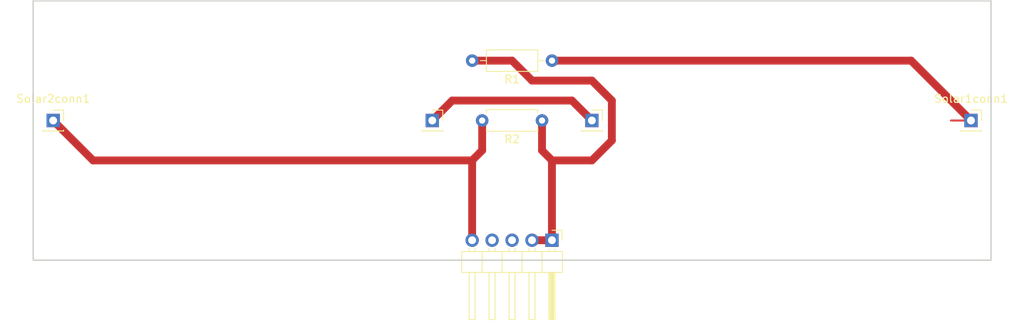
<source format=kicad_pcb>
(kicad_pcb (version 20211014) (generator pcbnew)
  (layers (0 "F.Cu" signal) (31 "B.Cu" signal) (34 "B.Paste" user) (35 "F.Paste" user) (36 "B.SilkS" user "B.Silkscreen") (37 "F.SilkS" user "F.Silkscreen") (38 "B.Mask" user) (39 "F.Mask" user) (44 "Edge.Cuts" user))
  (net 0 "")
  (net 1 "/Solar1Pos")
  (net 2 "Net-(R1-Pad2)")
  (net 3 "/Solar2Neg")
  (net 6 "Net-(SC1-Pad2)")
  (footprint "Connector_PinSocket_2.54mm:PinSocket_1x01_P2.54mm_Vertical" (layer "F.Cu") (at 203.2 104.14)
    (fp_text reference "Solar1conn1" (at 0 -2.77) (layer "F.SilkS"))
    (fp_text value "Conn_01x01_Male")
    (fp_line (start -1.33 1.33) (end 1.33 1.33) (layer "F.SilkS") (width 0.12))
    (fp_line (start 1.33 -1.33) (end 1.33 0) (layer "F.SilkS") (width 0.12))
    (fp_line (start 0 -1.33) (end 1.33 -1.33) (layer "F.SilkS") (width 0.12))
    (fp_line (start 1.33 1.21) (end 1.33 1.33) (layer "F.SilkS") (width 0.12))
    (fp_line (start -1.33 1.21) (end -1.33 1.33) (layer "F.SilkS") (width 0.12))
    (pad "1" thru_hole rect (at 0 0) (size 1.7 1.7) (drill 1) (layers *.Cu *.Mask) (net 1 "/Solar1Pos"))
  )
  (footprint "Connector_PinHeader_2.54mm:PinHeader_1x05_P2.54mm_Horizontal" (layer "F.Cu") (at 149.855 119.38 -90)
    (fp_text reference "SolarPanelConnector1" hide)
    (fp_text value "Conn_01x05_Male" hide)
    (fp_line (start 4.1 0.16) (end 10.1 0.16) (layer "F.SilkS") (width 0.12))
    (fp_line (start 10.1 9.78) (end 10.1 10.54) (layer "F.SilkS") (width 0.12))
    (fp_line (start 10.1 2.92) (end 4.1 2.92) (layer "F.SilkS") (width 0.12))
    (fp_line (start 1.44 1.27) (end 4.1 1.27) (layer "F.SilkS") (width 0.12))
    (fp_line (start 10.1 8) (end 4.1 8) (layer "F.SilkS") (width 0.12))
    (fp_line (start 10.1 7.24) (end 10.1 8) (layer "F.SilkS") (width 0.12))
    (fp_line (start 4.1 9.78) (end 10.1 9.78) (layer "F.SilkS") (width 0.12))
    (fp_line (start 4.1 0.04) (end 10.1 0.04) (layer "F.SilkS") (width 0.12))
    (fp_line (start 1.042929 10.54) (end 1.44 10.54) (layer "F.SilkS") (width 0.12))
    (fp_line (start 1.44 11.49) (end 4.1 11.49) (layer "F.SilkS") (width 0.12))
    (fp_line (start 1.11 0.38) (end 1.44 0.38) (layer "F.SilkS") (width 0.12))
    (fp_line (start 1.44 8.89) (end 4.1 8.89) (layer "F.SilkS") (width 0.12))
    (fp_line (start 1.042929 9.78) (end 1.44 9.78) (layer "F.SilkS") (width 0.12))
    (fp_line (start 1.042929 7.24) (end 1.44 7.24) (layer "F.SilkS") (width 0.12))
    (fp_line (start -1.27 0) (end -1.27 -1.27) (layer "F.SilkS") (width 0.12))
    (fp_line (start 1.042929 5.46) (end 1.44 5.46) (layer "F.SilkS") (width 0.12))
    (fp_line (start 1.11 -0.38) (end 1.44 -0.38) (layer "F.SilkS") (width 0.12))
    (fp_line (start 4.1 -1.33) (end 1.44 -1.33) (layer "F.SilkS") (width 0.12))
    (fp_line (start 4.1 -0.38) (end 10.1 -0.38) (layer "F.SilkS") (width 0.12))
    (fp_line (start 1.44 3.81) (end 4.1 3.81) (layer "F.SilkS") (width 0.12))
    (fp_line (start 4.1 -0.32) (end 10.1 -0.32) (layer "F.SilkS") (width 0.12))
    (fp_line (start 10.1 2.16) (end 10.1 2.92) (layer "F.SilkS") (width 0.12))
    (fp_line (start 1.042929 2.16) (end 1.44 2.16) (layer "F.SilkS") (width 0.12))
    (fp_line (start 4.1 2.16) (end 10.1 2.16) (layer "F.SilkS") (width 0.12))
    (fp_line (start 4.1 -0.2) (end 10.1 -0.2) (layer "F.SilkS") (width 0.12))
    (fp_line (start 1.042929 8) (end 1.44 8) (layer "F.SilkS") (width 0.12))
    (fp_line (start -1.27 -1.27) (end 0 -1.27) (layer "F.SilkS") (width 0.12))
    (fp_line (start 1.042929 2.92) (end 1.44 2.92) (layer "F.SilkS") (width 0.12))
    (fp_line (start 4.1 0.28) (end 10.1 0.28) (layer "F.SilkS") (width 0.12))
    (fp_line (start 4.1 4.7) (end 10.1 4.7) (layer "F.SilkS") (width 0.12))
    (fp_line (start 1.042929 4.7) (end 1.44 4.7) (layer "F.SilkS") (width 0.12))
    (fp_line (start 4.1 7.24) (end 10.1 7.24) (layer "F.SilkS") (width 0.12))
    (fp_line (start 4.1 11.49) (end 4.1 -1.33) (layer "F.SilkS") (width 0.12))
    (fp_line (start 10.1 -0.38) (end 10.1 0.38) (layer "F.SilkS") (width 0.12))
    (fp_line (start 10.1 0.38) (end 4.1 0.38) (layer "F.SilkS") (width 0.12))
    (fp_line (start 10.1 4.7) (end 10.1 5.46) (layer "F.SilkS") (width 0.12))
    (fp_line (start 1.44 -1.33) (end 1.44 11.49) (layer "F.SilkS") (width 0.12))
    (fp_line (start 1.44 6.35) (end 4.1 6.35) (layer "F.SilkS") (width 0.12))
    (fp_line (start 10.1 10.54) (end 4.1 10.54) (layer "F.SilkS") (width 0.12))
    (fp_line (start 10.1 5.46) (end 4.1 5.46) (layer "F.SilkS") (width 0.12))
    (fp_line (start 4.1 -0.08) (end 10.1 -0.08) (layer "F.SilkS") (width 0.12))
    (pad "1" thru_hole rect (at 0 0 270) (size 1.7 1.7) (drill 1) (layers *.Cu *.Mask) (net 2 "Net-(R1-Pad2)"))
    (pad "2" thru_hole oval (at 0 2.54 270) (size 1.7 1.7) (drill 1) (layers *.Cu *.Mask) (net 2 "Net-(R1-Pad2)"))
    (pad "3" thru_hole oval (at 0 5.08 270) (size 1.7 1.7) (drill 1) (layers *.Cu *.Mask))
    (pad "4" thru_hole oval (at 0 7.62 270) (size 1.7 1.7) (drill 1) (layers *.Cu *.Mask))
    (pad "5" thru_hole oval (at 0 10.16 270) (size 1.7 1.7) (drill 1) (layers *.Cu *.Mask) (net 3 "/Solar2Neg"))
  )
  (footprint "Connector_PinSocket_2.54mm:PinSocket_1x01_P2.54mm_Vertical" (layer "F.Cu") (at 134.62 104.14)
    (fp_text reference "SolarJoin1" hide)
    (fp_text value "Conn_01x01_Male")
    (fp_line (start 1.33 -1.33) (end 1.33 0) (layer "F.SilkS") (width 0.12))
    (fp_line (start 0 -1.33) (end 1.33 -1.33) (layer "F.SilkS") (width 0.12))
    (fp_line (start -1.33 1.33) (end 1.33 1.33) (layer "F.SilkS") (width 0.12))
    (fp_line (start -1.33 1.21) (end -1.33 1.33) (layer "F.SilkS") (width 0.12))
    (fp_line (start 1.33 1.21) (end 1.33 1.33) (layer "F.SilkS") (width 0.12))
    (pad "1" thru_hole rect (at 0 0) (size 1.7 1.7) (drill 1) (layers *.Cu *.Mask) (net 6 "Net-(SC1-Pad2)"))
  )
  (footprint "Resistor_THT:R_Axial_DIN0207_L6.3mm_D2.5mm_P10.16mm_Horizontal" (layer "F.Cu") (at 149.86 96.52 180)
    (fp_text reference "R1" (at 5.08 -2.37) (layer "F.SilkS"))
    (fp_text value "22000" hide)
    (fp_line (start 1.81 -1.37) (end 1.81 1.37) (layer "F.SilkS") (width 0.12))
    (fp_line (start 8.35 -1.37) (end 1.81 -1.37) (layer "F.SilkS") (width 0.12))
    (fp_line (start 1.04 0) (end 1.81 0) (layer "F.SilkS") (width 0.12))
    (fp_line (start 1.81 1.37) (end 8.35 1.37) (layer "F.SilkS") (width 0.12))
    (fp_line (start 9.12 0) (end 8.35 0) (layer "F.SilkS") (width 0.12))
    (fp_line (start 8.35 1.37) (end 8.35 -1.37) (layer "F.SilkS") (width 0.12))
    (pad "1" thru_hole circle (at 0 0 180) (size 1.6 1.6) (drill 0.8) (layers *.Cu *.Mask) (net 1 "/Solar1Pos"))
    (pad "2" thru_hole oval (at 10.16 0 180) (size 1.6 1.6) (drill 0.8) (layers *.Cu *.Mask) (net 2 "Net-(R1-Pad2)"))
  )
  (footprint "Connector_PinSocket_2.54mm:PinSocket_1x01_P2.54mm_Vertical" (layer "F.Cu") (at 86.36 104.14)
    (fp_text reference "Solar2conn1" (at 0 -2.77) (layer "F.SilkS"))
    (fp_text value "Conn_01x01_Male")
    (fp_line (start 1.33 -1.33) (end 1.33 0) (layer "F.SilkS") (width 0.12))
    (fp_line (start 1.33 1.21) (end 1.33 1.33) (layer "F.SilkS") (width 0.12))
    (fp_line (start 0 -1.33) (end 1.33 -1.33) (layer "F.SilkS") (width 0.12))
    (fp_line (start -1.33 1.33) (end 1.33 1.33) (layer "F.SilkS") (width 0.12))
    (fp_line (start -1.33 1.21) (end -1.33 1.33) (layer "F.SilkS") (width 0.12))
    (pad "1" thru_hole rect (at 0 0) (size 1.7 1.7) (drill 1) (layers *.Cu *.Mask) (net 3 "/Solar2Neg"))
  )
  (footprint "Connector_PinSocket_2.54mm:PinSocket_1x01_P2.54mm_Vertical" (layer "F.Cu") (at 154.94 104.14)
    (fp_text reference "SolarJoin2" hide)
    (fp_text value "Conn_01x01_Male")
    (fp_line (start -1.33 1.33) (end 1.33 1.33) (layer "F.SilkS") (width 0.12))
    (fp_line (start 0 -1.33) (end 1.33 -1.33) (layer "F.SilkS") (width 0.12))
    (fp_line (start -1.33 1.21) (end -1.33 1.33) (layer "F.SilkS") (width 0.12))
    (fp_line (start 1.33 -1.33) (end 1.33 0) (layer "F.SilkS") (width 0.12))
    (fp_line (start 1.33 1.21) (end 1.33 1.33) (layer "F.SilkS") (width 0.12))
    (pad "1" thru_hole rect (at 0 0) (size 1.7 1.7) (drill 1) (layers *.Cu *.Mask) (net 6 "Net-(SC1-Pad2)"))
  )
  (footprint "Resistor_THT:R_Axial_DIN0207_L6.3mm_D2.5mm_P7.62mm_Horizontal" (layer "F.Cu") (at 148.59 104.14 180)
    (fp_text reference "R2" (at 3.81 -2.37) (layer "F.SilkS"))
    (fp_text value "8000")
    (fp_line (start 0.54 -1.04) (end 0.54 -1.37) (layer "F.SilkS") (width 0.12))
    (fp_line (start 0.54 -1.37) (end 7.08 -1.37) (layer "F.SilkS") (width 0.12))
    (fp_line (start 0.54 1.37) (end 7.08 1.37) (layer "F.SilkS") (width 0.12))
    (fp_line (start 7.08 -1.37) (end 7.08 -1.04) (layer "F.SilkS") (width 0.12))
    (fp_line (start 7.08 1.37) (end 7.08 1.04) (layer "F.SilkS") (width 0.12))
    (fp_line (start 0.54 1.04) (end 0.54 1.37) (layer "F.SilkS") (width 0.12))
    (pad "1" thru_hole circle (at 0 0 180) (size 1.6 1.6) (drill 0.8) (layers *.Cu *.Mask) (net 2 "Net-(R1-Pad2)"))
    (pad "2" thru_hole oval (at 7.62 0 180) (size 1.6 1.6) (drill 0.8) (layers *.Cu *.Mask) (net 3 "/Solar2Neg"))
  )
  (gr_line (start 83.82 121.92) (end 83.82 88.9) (layer "Edge.Cuts") (width 0.2))
  (gr_line (start 205.74 121.92) (end 205.74 88.9) (layer "Edge.Cuts") (width 0.2))
  (gr_line (start 205.74 88.9) (end 83.82 88.9) (layer "Edge.Cuts") (width 0.2))
  (gr_line (start 83.82 121.92) (end 205.74 121.92) (layer "Edge.Cuts") (width 0.2))
  (segment (start 149.86 96.52) (end 195.58 96.52) (width 1) (layer "F.Cu") (net 1))
  (segment (start 195.58 96.52) (end 203.2 104.14) (width 1) (layer "F.Cu") (net 1))
  (segment (start 200.66 104.14) (end 203.2 104.14) (width 0.25) (layer "F.Cu") (net 1))
  (segment (start 148.59 107.955) (end 149.855 109.22) (width 0.25) (layer "F.Cu") (net 2))
  (segment (start 144.78 96.52) (end 147.32 99.06) (width 1) (layer "F.Cu") (net 2))
  (segment (start 149.855 109.22) (end 149.855 119.38) (width 1) (layer "F.Cu") (net 2))
  (segment (start 148.59 104.14) (end 148.59 107.955) (width 0.25) (layer "F.Cu") (net 2))
  (segment (start 157.48 101.6) (end 157.48 106.68) (width 1) (layer "F.Cu") (net 2))
  (segment (start 139.7 96.52) (end 144.78 96.52) (width 1) (layer "F.Cu") (net 2))
  (segment (start 154.94 99.06) (end 157.48 101.6) (width 1) (layer "F.Cu") (net 2))
  (segment (start 154.94 109.22) (end 149.86 109.22) (width 1) (layer "F.Cu") (net 2))
  (segment (start 148.59 107.95) (end 148.59 104.14) (width 1) (layer "F.Cu") (net 2))
  (segment (start 149.855 119.38) (end 147.315 119.38) (width 1) (layer "F.Cu") (net 2))
  (segment (start 149.86 109.22) (end 148.59 107.95) (width 1) (layer "F.Cu") (net 2))
  (segment (start 147.32 99.06) (end 154.94 99.06) (width 1) (layer "F.Cu") (net 2))
  (segment (start 157.48 106.68) (end 154.94 109.22) (width 1) (layer "F.Cu") (net 2))
  (segment (start 140.97 107.945) (end 139.695 109.22) (width 1) (layer "F.Cu") (net 3))
  (segment (start 139.695 109.22) (end 139.695 119.38) (width 1) (layer "F.Cu") (net 3))
  (segment (start 139.695 109.22) (end 91.44 109.22) (width 1) (layer "F.Cu") (net 3))
  (segment (start 91.44 109.22) (end 86.36 104.14) (width 1) (layer "F.Cu") (net 3))
  (segment (start 140.97 104.14) (end 140.97 107.945) (width 1) (layer "F.Cu") (net 3))
  (segment (start 134.62 104.14) (end 137.16 101.6) (width 1) (layer "F.Cu") (net 6))
  (segment (start 137.16 101.6) (end 152.4 101.6) (width 1) (layer "F.Cu") (net 6))
  (segment (start 152.4 101.6) (end 154.94 104.14) (width 1) (layer "F.Cu") (net 6))
)
</source>
